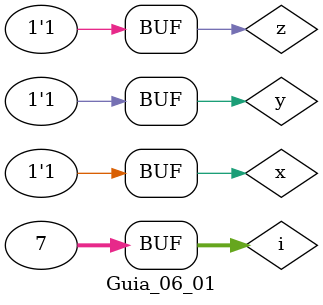
<source format=v>
/*
* Aluno: Pedro Henrique Lima Carvalho
* Matricula: 651230
* Arquitetura 1 - Tarde
* Guia_06 Exercicio 01.
*/
module a (output s, control, input x, y, z);
assign s = (~x&z)|(~y&z);
assign control = (~x&~y&z)|(~x&y&z)|(x&~y&z);
endmodule

module b (output s, control, input x, y, z);
assign s = (~y&~z)|(x&~z);
assign control = (~x&~y&~z)|(x&~y&~z)|(x&y&~z);
endmodule

module c (output s, control, input x, y, z);
assign s = (y&~z)|(~y&z);
assign control = (~x&~y&z)|(~x&y&~z)|(x&~y&z)|(x&y&~z);
endmodule

module d (output s, control, input x, y, z);
assign s = z;
assign control = (~x&~y&z)|(~x&y&z)|(x&~y&z)|(x&y&z);
endmodule

module e (output s, control, input x, y, z);
assign s = (~x&~z)|(x&~y);
assign control = (~x&~y&~z)|(~x&y&~z)|(x&~y&~z)|(x&~y&z);
endmodule

module Guia_06_01;
// define data
reg x, y, z;
integer i;
wire sa, ca, sb, cb, sc, cc, sd, cd, se, ce;

//instantiate
a a1 (sa, ca, x, y, z);
b b1 (sb, cb, x, y, z);
c c1 (sc, cc, x, y, z);
d d1 (sd, cd, x, y, z);
e e1 (se, ce, x, y, z);

// initial values
initial
begin : start
x=1'b0; y=1'b0; z=1'b0; i=0;
end

//main
initial
begin : main
//id
$display("Guia 06 Ex. 01");

//monitor
$display("\na) Σm(1, 3, 5)");
$display(" Reduzida: (x'.z)+(y'.z)");
$display(" Controle: (x'.y'.z)+(x'.y.z)+(x.y'.z)");


$display(" m | Reduzida | Controle");
$monitor(" %0d |    %b     |    %b", i, sa, ca);

//signals
#1 x=0; y=0; z=1; i=1;
#1 x=0; y=1; z=0; i=2;
#1 x=0; y=1; z=1; i=3;
#1 x=1; y=0; z=0; i=4;
#1 x=1; y=0; z=1; i=5;
#1 x=1; y=1; z=0; i=6;
#1 x=1; y=1; z=1; i=7;

//first signal b
#1 x=0; y=0; z=0; i=0;

//monitor
$display("\nb) Σm(0, 4, 6)");
$display(" Reduzida: (y'.z')+(x.z')");
$display(" Controle: (x'.y'.z')+(x.y'.z')+(x.y.z')");

$display(" m | Reduzida | Controle");
$monitor(" %0d |    %b     |    %b", i, sb, cb);

//signals
#1 x=0; y=0; z=1; i=1;
#1 x=0; y=1; z=0; i=2;
#1 x=0; y=1; z=1; i=3;
#1 x=1; y=0; z=0; i=4;
#1 x=1; y=0; z=1; i=5;
#1 x=1; y=1; z=0; i=6;
#1 x=1; y=1; z=1; i=7;

//first signal c
#1 x=0; y=0; z=0; i=0;

//monitor
$display("\nc) Σm(1,2,5,6)");
$display(" Reduzida: (y.z')+(y'z)");
$display(" Controle: (x'.y'.z)+(x'.y.z')+(x.y'.z)+(x.y.z')");

$display(" m | Reduzida | Controle");
$monitor(" %0d |    %b     |    %b", i, sc, cc);

//signals
#1 x=0; y=0; z=1; i=1;
#1 x=0; y=1; z=0; i=2;
#1 x=0; y=1; z=1; i=3;
#1 x=1; y=0; z=0; i=4;
#1 x=1; y=0; z=1; i=5;
#1 x=1; y=1; z=0; i=6;
#1 x=1; y=1; z=1; i=7;

//first signal d
#1 x=0; y=0; z=0; i=0;

//monitor
$display("\nd) Σm(1,3,5,7)");
$display(" Reduzida: z");
$display(" Controle: (x'.y'.z)+(x'.y.z)+(x.y'.z)+(x.y.z)");

$display(" m | Reduzida | Controle");
$monitor(" %0d |    %b     |    %b", i, sd, cd);

//signals
#1 x=0; y=0; z=1; i=1;
#1 x=0; y=1; z=0; i=2;
#1 x=0; y=1; z=1; i=3;
#1 x=1; y=0; z=0; i=4;
#1 x=1; y=0; z=1; i=5;
#1 x=1; y=1; z=0; i=6;
#1 x=1; y=1; z=1; i=7;

//first signal e
#1 x=0; y=0; z=0; i=0;

//monitor
$display("\nd) Σm(0,2,4,5)");
$display(" Reduzida: (x'.z')+(x.y')");
$display(" Controle: (x'.y'.z')+(x'.y.z')+(x.y'.z')+(x.y'.z)");

$display(" m | Reduzida | Controle");
$monitor(" %0d |    %b     |    %b", i, se, ce);

//signals
#1 x=0; y=0; z=1; i=1;
#1 x=0; y=1; z=0; i=2;
#1 x=0; y=1; z=1; i=3;
#1 x=1; y=0; z=0; i=4;
#1 x=1; y=0; z=1; i=5;
#1 x=1; y=1; z=0; i=6;
#1 x=1; y=1; z=1; i=7;

end // main
endmodule // Guia

</source>
